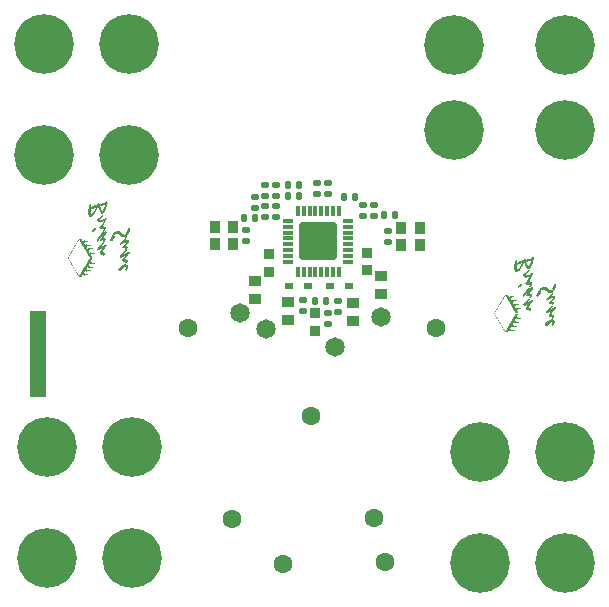
<source format=gbs>
G04*
G04 #@! TF.GenerationSoftware,Altium Limited,Altium Designer,19.0.6 (157)*
G04*
G04 Layer_Color=5220458*
%FSLAX25Y25*%
%MOIN*%
G70*
G01*
G75*
%ADD24R,0.05599X0.28771*%
%ADD28R,0.03625X0.03861*%
%ADD32C,0.06307*%
%ADD33C,0.19885*%
%ADD49C,0.06499*%
G04:AMPARAMS|DCode=50|XSize=22mil|YSize=24mil|CornerRadius=4.5mil|HoleSize=0mil|Usage=FLASHONLY|Rotation=180.000|XOffset=0mil|YOffset=0mil|HoleType=Round|Shape=RoundedRectangle|*
%AMROUNDEDRECTD50*
21,1,0.02200,0.01500,0,0,180.0*
21,1,0.01300,0.02400,0,0,180.0*
1,1,0.00900,-0.00650,0.00750*
1,1,0.00900,0.00650,0.00750*
1,1,0.00900,0.00650,-0.00750*
1,1,0.00900,-0.00650,-0.00750*
%
%ADD50ROUNDEDRECTD50*%
G04:AMPARAMS|DCode=51|XSize=29.56mil|YSize=21.69mil|CornerRadius=2.48mil|HoleSize=0mil|Usage=FLASHONLY|Rotation=0.000|XOffset=0mil|YOffset=0mil|HoleType=Round|Shape=RoundedRectangle|*
%AMROUNDEDRECTD51*
21,1,0.02956,0.01673,0,0,0.0*
21,1,0.02461,0.02169,0,0,0.0*
1,1,0.00495,0.01230,-0.00837*
1,1,0.00495,-0.01230,-0.00837*
1,1,0.00495,-0.01230,0.00837*
1,1,0.00495,0.01230,0.00837*
%
%ADD51ROUNDEDRECTD51*%
%ADD52R,0.03861X0.03625*%
G04:AMPARAMS|DCode=53|XSize=22mil|YSize=24mil|CornerRadius=4.5mil|HoleSize=0mil|Usage=FLASHONLY|Rotation=270.000|XOffset=0mil|YOffset=0mil|HoleType=Round|Shape=RoundedRectangle|*
%AMROUNDEDRECTD53*
21,1,0.02200,0.01500,0,0,270.0*
21,1,0.01300,0.02400,0,0,270.0*
1,1,0.00900,-0.00750,-0.00650*
1,1,0.00900,-0.00750,0.00650*
1,1,0.00900,0.00750,0.00650*
1,1,0.00900,0.00750,-0.00650*
%
%ADD53ROUNDEDRECTD53*%
%ADD54R,0.03350X0.03350*%
G04:AMPARAMS|DCode=55|XSize=11.65mil|YSize=35.47mil|CornerRadius=3.41mil|HoleSize=0mil|Usage=FLASHONLY|Rotation=90.000|XOffset=0mil|YOffset=0mil|HoleType=Round|Shape=RoundedRectangle|*
%AMROUNDEDRECTD55*
21,1,0.01165,0.02864,0,0,90.0*
21,1,0.00482,0.03547,0,0,90.0*
1,1,0.00682,0.01432,0.00241*
1,1,0.00682,0.01432,-0.00241*
1,1,0.00682,-0.01432,-0.00241*
1,1,0.00682,-0.01432,0.00241*
%
%ADD55ROUNDEDRECTD55*%
G04:AMPARAMS|DCode=56|XSize=11.65mil|YSize=35.47mil|CornerRadius=3.41mil|HoleSize=0mil|Usage=FLASHONLY|Rotation=180.000|XOffset=0mil|YOffset=0mil|HoleType=Round|Shape=RoundedRectangle|*
%AMROUNDEDRECTD56*
21,1,0.01165,0.02864,0,0,180.0*
21,1,0.00482,0.03547,0,0,180.0*
1,1,0.00682,-0.00241,0.01432*
1,1,0.00682,0.00241,0.01432*
1,1,0.00682,0.00241,-0.01432*
1,1,0.00682,-0.00241,-0.01432*
%
%ADD56ROUNDEDRECTD56*%
G04:AMPARAMS|DCode=57|XSize=124.05mil|YSize=124.05mil|CornerRadius=7.1mil|HoleSize=0mil|Usage=FLASHONLY|Rotation=0.000|XOffset=0mil|YOffset=0mil|HoleType=Round|Shape=RoundedRectangle|*
%AMROUNDEDRECTD57*
21,1,0.12405,0.10984,0,0,0.0*
21,1,0.10984,0.12405,0,0,0.0*
1,1,0.01421,0.05492,-0.05492*
1,1,0.01421,-0.05492,-0.05492*
1,1,0.01421,-0.05492,0.05492*
1,1,0.01421,0.05492,0.05492*
%
%ADD57ROUNDEDRECTD57*%
G36*
X32414Y132178D02*
X32638D01*
Y131730D01*
X32414D01*
Y131618D01*
X32302D01*
Y131282D01*
X32190D01*
Y130834D01*
X32078D01*
Y130386D01*
X31966D01*
Y130050D01*
X31854D01*
Y129715D01*
X31742D01*
Y129491D01*
X31630D01*
Y129267D01*
X31518D01*
Y129043D01*
X31406D01*
Y128931D01*
X31294D01*
Y128707D01*
X31070D01*
Y128595D01*
X30399D01*
Y128707D01*
X30287D01*
Y128819D01*
X30175D01*
Y129043D01*
X30063D01*
Y129267D01*
X29951D01*
Y129491D01*
X29839D01*
Y129715D01*
X29727D01*
Y130050D01*
X29615D01*
Y130274D01*
X29503D01*
Y130498D01*
X29391D01*
Y130610D01*
X29279D01*
Y130498D01*
X29167D01*
Y130386D01*
X29055D01*
Y130162D01*
X28943D01*
Y129938D01*
X28831D01*
Y129715D01*
X28719D01*
Y129491D01*
X28607D01*
Y129267D01*
X28495D01*
Y129155D01*
X28383D01*
Y128931D01*
X28271D01*
Y128819D01*
X28159D01*
Y128595D01*
X28047D01*
Y128483D01*
X27936D01*
Y128259D01*
X27824D01*
Y128035D01*
X27712D01*
Y127923D01*
X27600D01*
Y127811D01*
X27376D01*
Y127699D01*
X27152D01*
Y127587D01*
X26368D01*
Y127699D01*
X26256D01*
Y128035D01*
X26144D01*
Y128147D01*
X26032D01*
Y128931D01*
X25920D01*
Y129155D01*
X26032D01*
Y130274D01*
X26144D01*
Y130722D01*
X26256D01*
Y131058D01*
X26368D01*
Y131394D01*
X26592D01*
Y131618D01*
X26816D01*
Y131730D01*
X27040D01*
Y131170D01*
X26928D01*
Y130722D01*
X26816D01*
Y130610D01*
X27040D01*
Y130722D01*
X27152D01*
Y130834D01*
X27264D01*
Y130946D01*
X27376D01*
Y131058D01*
X27600D01*
Y131170D01*
X28047D01*
Y131282D01*
X28383D01*
Y131394D01*
X28719D01*
Y131506D01*
X29055D01*
Y131618D01*
X29167D01*
Y131842D01*
X29279D01*
Y132066D01*
X29727D01*
Y131842D01*
X29839D01*
Y131730D01*
X30287D01*
Y131842D01*
X30623D01*
Y131954D01*
X31182D01*
Y132066D01*
X31630D01*
Y132178D01*
X31742D01*
Y132290D01*
X31854D01*
Y132402D01*
X31966D01*
Y132625D01*
X32078D01*
Y132737D01*
X32414D01*
Y132178D01*
D02*
G37*
G36*
X31182Y128035D02*
X31070D01*
Y127923D01*
X30958D01*
Y127699D01*
X30847D01*
Y127587D01*
X30735D01*
Y127475D01*
X30623D01*
Y127363D01*
X30511D01*
Y127252D01*
X30399D01*
Y127139D01*
X30287D01*
Y127027D01*
X30175D01*
Y126804D01*
X30063D01*
Y126580D01*
X30175D01*
Y126468D01*
X30399D01*
Y126580D01*
X30847D01*
Y126692D01*
X31070D01*
Y126804D01*
X31294D01*
Y126916D01*
X31518D01*
Y127027D01*
X31630D01*
Y127139D01*
X32078D01*
Y127027D01*
X32190D01*
Y126692D01*
X32078D01*
Y126468D01*
X31966D01*
Y126244D01*
X31854D01*
Y126132D01*
X31742D01*
Y125908D01*
X31630D01*
Y125684D01*
X31518D01*
Y125572D01*
X31406D01*
Y125348D01*
X31294D01*
Y125236D01*
X30958D01*
Y125348D01*
X30735D01*
Y125460D01*
X30847D01*
Y125572D01*
X30958D01*
Y125796D01*
X31070D01*
Y125908D01*
X31182D01*
Y126020D01*
X31294D01*
Y126132D01*
X31070D01*
Y126020D01*
X30847D01*
Y125908D01*
X30623D01*
Y125796D01*
X30287D01*
Y125684D01*
X29615D01*
Y125796D01*
X29391D01*
Y125908D01*
X29279D01*
Y126020D01*
X29167D01*
Y126132D01*
X29055D01*
Y126804D01*
X29167D01*
Y126916D01*
X29279D01*
Y127139D01*
X29727D01*
Y127252D01*
X29839D01*
Y127363D01*
X29951D01*
Y127475D01*
X30063D01*
Y127587D01*
X30175D01*
Y127699D01*
X30287D01*
Y127811D01*
X30399D01*
Y127923D01*
X30511D01*
Y128147D01*
X30623D01*
Y128259D01*
X31182D01*
Y128035D01*
D02*
G37*
G36*
Y125012D02*
X31294D01*
Y124900D01*
X31182D01*
Y124788D01*
X31070D01*
Y124676D01*
X30958D01*
Y124452D01*
X31070D01*
Y124340D01*
X31294D01*
Y124229D01*
X31742D01*
Y124117D01*
X31854D01*
Y123333D01*
X31742D01*
Y123109D01*
X31630D01*
Y122997D01*
X31518D01*
Y122773D01*
X31406D01*
Y122661D01*
X31294D01*
Y122437D01*
X31182D01*
Y122549D01*
X30847D01*
Y122773D01*
X30958D01*
Y122997D01*
X31070D01*
Y123221D01*
X31182D01*
Y123333D01*
X31070D01*
Y123445D01*
X29951D01*
Y123557D01*
X29839D01*
Y123669D01*
X29727D01*
Y124005D01*
X29839D01*
Y124117D01*
X29951D01*
Y124229D01*
X30063D01*
Y124340D01*
X30175D01*
Y124565D01*
X30287D01*
Y124676D01*
X30399D01*
Y124788D01*
X30511D01*
Y124900D01*
X30623D01*
Y125012D01*
X30735D01*
Y125124D01*
X31182D01*
Y125012D01*
D02*
G37*
G36*
X28495Y123669D02*
X28607D01*
Y123221D01*
X28495D01*
Y122997D01*
X28383D01*
Y122885D01*
X28271D01*
Y122773D01*
X28047D01*
Y122661D01*
X27824D01*
Y122549D01*
X27600D01*
Y122437D01*
X27376D01*
Y122997D01*
X27488D01*
Y123221D01*
X27600D01*
Y123333D01*
X27712D01*
Y123445D01*
X27824D01*
Y123557D01*
X27936D01*
Y123669D01*
X28047D01*
Y123781D01*
X28495D01*
Y123669D01*
D02*
G37*
G36*
X39915Y123445D02*
X40027D01*
Y122773D01*
X39915D01*
Y122549D01*
X39803D01*
Y122325D01*
X39691D01*
Y122101D01*
X39579D01*
Y121878D01*
X39467D01*
Y121765D01*
X39355D01*
Y121542D01*
X39243D01*
Y121430D01*
X39131D01*
Y121318D01*
X39019D01*
Y120758D01*
X38908D01*
Y120422D01*
X38460D01*
Y120646D01*
X37564D01*
Y120758D01*
X37340D01*
Y120870D01*
X37116D01*
Y120982D01*
X37004D01*
Y121094D01*
X36780D01*
Y121206D01*
X36668D01*
Y121318D01*
X36556D01*
Y121430D01*
X36332D01*
Y121542D01*
X36220D01*
Y121653D01*
X35885D01*
Y121765D01*
X35213D01*
Y121653D01*
X35101D01*
Y121542D01*
X34989D01*
Y121430D01*
X34877D01*
Y121318D01*
X34765D01*
Y121206D01*
X34989D01*
Y120758D01*
X34877D01*
Y120534D01*
X34765D01*
Y120310D01*
X34653D01*
Y120198D01*
X34541D01*
Y119974D01*
X34429D01*
Y119862D01*
X34317D01*
Y119638D01*
X34205D01*
Y119526D01*
X33869D01*
Y119414D01*
X33421D01*
Y119638D01*
X33310D01*
Y119862D01*
X33421D01*
Y120198D01*
X33533D01*
Y120422D01*
X33645D01*
Y120758D01*
X33757D01*
Y120870D01*
X33869D01*
Y121094D01*
X33981D01*
Y121318D01*
X34093D01*
Y121542D01*
X34205D01*
Y121653D01*
X34317D01*
Y121765D01*
X34429D01*
Y121989D01*
X34541D01*
Y122101D01*
X34653D01*
Y122213D01*
X34765D01*
Y122325D01*
X34877D01*
Y122437D01*
X35101D01*
Y122549D01*
X35213D01*
Y122661D01*
X35437D01*
Y122773D01*
X36444D01*
Y122661D01*
X36556D01*
Y122549D01*
X36780D01*
Y122437D01*
X37004D01*
Y122325D01*
X37116D01*
Y122213D01*
X37228D01*
Y122101D01*
X37340D01*
Y121989D01*
X37452D01*
Y121878D01*
X37676D01*
Y121765D01*
X37788D01*
Y121653D01*
X38012D01*
Y121542D01*
X38460D01*
Y121653D01*
X38572D01*
Y121765D01*
X38796D01*
Y121878D01*
X38684D01*
Y122213D01*
X38796D01*
Y122437D01*
X38908D01*
Y122661D01*
X39019D01*
Y122997D01*
X39131D01*
Y123221D01*
X39243D01*
Y123445D01*
X39355D01*
Y123557D01*
X39467D01*
Y123669D01*
X39915D01*
Y123445D01*
D02*
G37*
G36*
X31966Y122549D02*
X32190D01*
Y121989D01*
X32078D01*
Y121765D01*
X31966D01*
Y121542D01*
X31854D01*
Y121430D01*
X31742D01*
Y121206D01*
X31630D01*
Y121094D01*
X31518D01*
Y120982D01*
X31406D01*
Y120870D01*
X31294D01*
Y120646D01*
X31182D01*
Y120534D01*
X31070D01*
Y120422D01*
X31630D01*
Y120310D01*
X31742D01*
Y120198D01*
X31854D01*
Y119638D01*
X31742D01*
Y119414D01*
X31630D01*
Y119191D01*
X31518D01*
Y119079D01*
X31406D01*
Y118966D01*
X31294D01*
Y118855D01*
X30958D01*
Y118966D01*
X30847D01*
Y119191D01*
X30958D01*
Y119302D01*
X31070D01*
Y119526D01*
X30958D01*
Y119638D01*
X30623D01*
Y119526D01*
X30063D01*
Y120086D01*
X30175D01*
Y120198D01*
X30287D01*
Y120310D01*
X30399D01*
Y120534D01*
X30511D01*
Y120646D01*
X30623D01*
Y120870D01*
X30511D01*
Y120758D01*
X30399D01*
Y120646D01*
X30287D01*
Y120534D01*
X30175D01*
Y120310D01*
X30063D01*
Y120198D01*
X29951D01*
Y120086D01*
X29839D01*
Y119974D01*
X29727D01*
Y119862D01*
X29615D01*
Y119638D01*
X29503D01*
Y119526D01*
X29391D01*
Y119414D01*
X29279D01*
Y119302D01*
X29167D01*
Y119191D01*
X28831D01*
Y119750D01*
X28943D01*
Y119974D01*
X29055D01*
Y120198D01*
X29167D01*
Y120310D01*
X29279D01*
Y120534D01*
X29391D01*
Y120646D01*
X29503D01*
Y120758D01*
X29615D01*
Y120982D01*
X29727D01*
Y121094D01*
X29839D01*
Y121318D01*
X29951D01*
Y121430D01*
X30063D01*
Y121542D01*
X30175D01*
Y121653D01*
X30287D01*
Y121765D01*
X30399D01*
Y121989D01*
X30511D01*
Y122101D01*
X30623D01*
Y122325D01*
X31406D01*
Y122437D01*
X31518D01*
Y122549D01*
X31742D01*
Y122661D01*
X31966D01*
Y122549D01*
D02*
G37*
G36*
X38572Y120198D02*
X38908D01*
Y120086D01*
X38796D01*
Y119974D01*
X38684D01*
Y119862D01*
X38572D01*
Y119638D01*
X38684D01*
Y119750D01*
X39355D01*
Y119638D01*
X39579D01*
Y119526D01*
X39691D01*
Y119079D01*
X39579D01*
Y118855D01*
X39467D01*
Y118743D01*
X39355D01*
Y118519D01*
X39243D01*
Y118407D01*
X39131D01*
Y118295D01*
X39019D01*
Y118183D01*
X38908D01*
Y118071D01*
X38796D01*
Y117959D01*
X38684D01*
Y117735D01*
X39019D01*
Y117623D01*
X39131D01*
Y117399D01*
X39243D01*
Y117175D01*
X39131D01*
Y116839D01*
X39019D01*
Y116615D01*
X38908D01*
Y116503D01*
X38460D01*
Y116951D01*
X37452D01*
Y117511D01*
X37564D01*
Y117623D01*
X37788D01*
Y117735D01*
X37900D01*
Y117847D01*
X38012D01*
Y117959D01*
X38124D01*
Y118071D01*
X38236D01*
Y118183D01*
X38348D01*
Y118295D01*
X38460D01*
Y118407D01*
X38572D01*
Y118519D01*
X38684D01*
Y118631D01*
X38796D01*
Y118743D01*
X38908D01*
Y118855D01*
X38348D01*
Y118743D01*
X38012D01*
Y118631D01*
X37676D01*
Y118519D01*
X37452D01*
Y118407D01*
X37228D01*
Y118295D01*
X37004D01*
Y118183D01*
X36668D01*
Y118519D01*
X36780D01*
Y118743D01*
X36892D01*
Y118855D01*
X37004D01*
Y118966D01*
X37116D01*
Y119079D01*
X37228D01*
Y119191D01*
X37340D01*
Y119302D01*
X37452D01*
Y119414D01*
X37564D01*
Y119526D01*
X37676D01*
Y119638D01*
X37788D01*
Y119750D01*
X37900D01*
Y119862D01*
X38012D01*
Y119974D01*
X38124D01*
Y120086D01*
X38236D01*
Y120198D01*
X38348D01*
Y120310D01*
X38572D01*
Y120198D01*
D02*
G37*
G36*
X31182Y118519D02*
X31070D01*
Y118295D01*
X30958D01*
Y118183D01*
X30847D01*
Y118071D01*
X30735D01*
Y117959D01*
X30623D01*
Y117847D01*
X30511D01*
Y117623D01*
X30735D01*
Y117735D01*
X30958D01*
Y117847D01*
X31182D01*
Y117959D01*
X31406D01*
Y118071D01*
X31630D01*
Y118183D01*
X32302D01*
Y117847D01*
X32190D01*
Y117623D01*
X32078D01*
Y117511D01*
X31966D01*
Y117399D01*
X31854D01*
Y117287D01*
X31742D01*
Y117175D01*
X31630D01*
Y116951D01*
X31518D01*
Y116839D01*
X31294D01*
Y116727D01*
X31182D01*
Y116503D01*
X31070D01*
Y116392D01*
X30958D01*
Y116168D01*
X30847D01*
Y116056D01*
X30735D01*
Y115944D01*
X30847D01*
Y115832D01*
X30958D01*
Y115720D01*
X31294D01*
Y115608D01*
X31518D01*
Y115496D01*
X31630D01*
Y114824D01*
X31518D01*
Y114712D01*
X31406D01*
Y114600D01*
X31294D01*
Y114376D01*
X31182D01*
Y114488D01*
X30847D01*
Y114824D01*
X30735D01*
Y114936D01*
X30175D01*
Y115048D01*
X29951D01*
Y115160D01*
X29839D01*
Y115720D01*
X29951D01*
Y115944D01*
X30063D01*
Y116056D01*
X30175D01*
Y116279D01*
X30287D01*
Y116392D01*
X30399D01*
Y116503D01*
X30511D01*
Y116615D01*
X30623D01*
Y116727D01*
X30399D01*
Y116615D01*
X30063D01*
Y116503D01*
X29839D01*
Y116392D01*
X29615D01*
Y116279D01*
X29279D01*
Y116392D01*
X29167D01*
Y116503D01*
X29055D01*
Y116839D01*
X29167D01*
Y117063D01*
X29279D01*
Y117175D01*
X29391D01*
Y117287D01*
X29503D01*
Y117399D01*
X29615D01*
Y117511D01*
X29727D01*
Y117623D01*
X29839D01*
Y117847D01*
X29951D01*
Y117959D01*
X30063D01*
Y118071D01*
X30175D01*
Y118183D01*
X30287D01*
Y118295D01*
X30399D01*
Y118407D01*
X30511D01*
Y118519D01*
X30623D01*
Y118631D01*
X30735D01*
Y118743D01*
X31182D01*
Y118519D01*
D02*
G37*
G36*
X23905Y119862D02*
X24017D01*
Y119750D01*
X24129D01*
Y119526D01*
X24241D01*
Y119414D01*
X24465D01*
Y119526D01*
X24689D01*
Y119638D01*
X24801D01*
Y119526D01*
X26032D01*
Y119414D01*
X26144D01*
Y119302D01*
X26032D01*
Y119191D01*
X25137D01*
Y119079D01*
X25025D01*
Y118966D01*
X24913D01*
Y118855D01*
X24801D01*
Y118743D01*
X24689D01*
Y118519D01*
X24801D01*
Y118295D01*
X24913D01*
Y118183D01*
X25249D01*
Y118295D01*
X25584D01*
Y118183D01*
X26816D01*
Y117847D01*
X25808D01*
Y117735D01*
X25696D01*
Y117623D01*
X25584D01*
Y117511D01*
X25473D01*
Y117175D01*
X25584D01*
Y116951D01*
X25696D01*
Y116839D01*
X25920D01*
Y116951D01*
X26144D01*
Y117063D01*
X26256D01*
Y116951D01*
X27488D01*
Y116839D01*
X27600D01*
Y116615D01*
X26592D01*
Y116503D01*
X26480D01*
Y116392D01*
X26368D01*
Y116279D01*
X26256D01*
Y116168D01*
X26144D01*
Y116056D01*
X26256D01*
Y115832D01*
X26368D01*
Y115608D01*
X26704D01*
Y115720D01*
X26928D01*
Y115832D01*
X27040D01*
Y115608D01*
X28271D01*
Y115272D01*
X27264D01*
Y115160D01*
X27152D01*
Y115048D01*
X27040D01*
Y114936D01*
X26928D01*
Y114712D01*
X27040D01*
Y114488D01*
X27152D01*
Y114264D01*
X27264D01*
Y114040D01*
X27376D01*
Y113928D01*
X27264D01*
Y113816D01*
X26592D01*
Y113928D01*
X26480D01*
Y114040D01*
X26368D01*
Y114152D01*
X26256D01*
Y114376D01*
X26144D01*
Y114488D01*
X26032D01*
Y114712D01*
X25920D01*
Y114936D01*
X25808D01*
Y115048D01*
X25696D01*
Y115272D01*
X25584D01*
Y115496D01*
X25473D01*
Y115720D01*
X25361D01*
Y115944D01*
X25249D01*
Y116056D01*
X25137D01*
Y116279D01*
X25025D01*
Y116503D01*
X24913D01*
Y116727D01*
X24801D01*
Y116839D01*
X24689D01*
Y117063D01*
X24577D01*
Y117287D01*
X24465D01*
Y117511D01*
X24353D01*
Y117623D01*
X24241D01*
Y117847D01*
X24129D01*
Y117959D01*
X24017D01*
Y118183D01*
X23905D01*
Y118407D01*
X23793D01*
Y118631D01*
X23681D01*
Y118855D01*
X23569D01*
Y118966D01*
X23457D01*
Y119191D01*
X23345D01*
Y119414D01*
X23233D01*
Y119638D01*
X22897D01*
Y119526D01*
X22785D01*
Y119414D01*
X22673D01*
Y119191D01*
X22562D01*
Y118966D01*
X22450D01*
Y118743D01*
X22338D01*
Y118631D01*
X22226D01*
Y118407D01*
X22114D01*
Y118183D01*
X22002D01*
Y118071D01*
X21890D01*
Y117847D01*
X21778D01*
Y117623D01*
X21666D01*
Y117399D01*
X21554D01*
Y117287D01*
X21442D01*
Y117063D01*
X21330D01*
Y116839D01*
X21218D01*
Y116727D01*
X21106D01*
Y116503D01*
X20994D01*
Y116279D01*
X20882D01*
Y116168D01*
X20770D01*
Y115944D01*
X20658D01*
Y115720D01*
X20546D01*
Y115496D01*
X20434D01*
Y115384D01*
X20322D01*
Y115160D01*
X20210D01*
Y115048D01*
X20098D01*
Y114824D01*
X19986D01*
Y114600D01*
X19875D01*
Y114488D01*
X19763D01*
Y114264D01*
X19651D01*
Y114040D01*
X19539D01*
Y113928D01*
X19427D01*
Y113705D01*
X19539D01*
Y113481D01*
X19651D01*
Y113369D01*
X19763D01*
Y113145D01*
X19875D01*
Y112921D01*
X19986D01*
Y112697D01*
X20098D01*
Y112585D01*
X20210D01*
Y112361D01*
X20322D01*
Y112137D01*
X20434D01*
Y112025D01*
X20546D01*
Y111801D01*
X20658D01*
Y111577D01*
X20770D01*
Y111465D01*
X20882D01*
Y111241D01*
X20994D01*
Y111018D01*
X21106D01*
Y110794D01*
X21218D01*
Y110682D01*
X21330D01*
Y110458D01*
X21442D01*
Y110234D01*
X21554D01*
Y110122D01*
X21666D01*
Y109898D01*
X21778D01*
Y109786D01*
X21890D01*
Y109562D01*
X22002D01*
Y109338D01*
X22114D01*
Y109114D01*
X22226D01*
Y109002D01*
X22338D01*
Y108778D01*
X22450D01*
Y108666D01*
X22562D01*
Y108442D01*
X22673D01*
Y108219D01*
X22785D01*
Y107995D01*
X22897D01*
Y107883D01*
X23121D01*
Y107995D01*
X23233D01*
Y108219D01*
X23345D01*
Y108331D01*
X23457D01*
Y108554D01*
X23569D01*
Y108778D01*
X23681D01*
Y109002D01*
X23793D01*
Y109114D01*
X23905D01*
Y109338D01*
X24017D01*
Y109562D01*
X24129D01*
Y109786D01*
X24241D01*
Y109898D01*
X24353D01*
Y110122D01*
X24465D01*
Y110346D01*
X24577D01*
Y110570D01*
X24689D01*
Y110682D01*
X24801D01*
Y110906D01*
X24913D01*
Y111129D01*
X25025D01*
Y111241D01*
X25137D01*
Y111465D01*
X25249D01*
Y111689D01*
X25361D01*
Y111913D01*
X25473D01*
Y112137D01*
X25584D01*
Y112249D01*
X25696D01*
Y112473D01*
X25808D01*
Y112697D01*
X25920D01*
Y112809D01*
X26032D01*
Y113033D01*
X26144D01*
Y113257D01*
X26256D01*
Y113481D01*
X26368D01*
Y113593D01*
X26592D01*
Y113705D01*
X27264D01*
Y113593D01*
X27376D01*
Y113481D01*
X27264D01*
Y113257D01*
X27152D01*
Y113145D01*
X27040D01*
Y112921D01*
X26928D01*
Y112585D01*
X27040D01*
Y112473D01*
X27152D01*
Y112361D01*
X27264D01*
Y112249D01*
X28159D01*
Y112137D01*
X28271D01*
Y111913D01*
X27040D01*
Y111801D01*
X26704D01*
Y111913D01*
X26368D01*
Y111689D01*
X26256D01*
Y111577D01*
X26144D01*
Y111353D01*
X26256D01*
Y111241D01*
X26368D01*
Y111129D01*
X26480D01*
Y111018D01*
X26592D01*
Y110906D01*
X27600D01*
Y110570D01*
X26256D01*
Y110458D01*
X26144D01*
Y110570D01*
X25920D01*
Y110682D01*
X25696D01*
Y110570D01*
X25584D01*
Y110346D01*
X25473D01*
Y110010D01*
X25584D01*
Y109898D01*
X25696D01*
Y109786D01*
X25808D01*
Y109674D01*
X26816D01*
Y109338D01*
X25584D01*
Y109226D01*
X25249D01*
Y109338D01*
X24913D01*
Y109226D01*
X24801D01*
Y109002D01*
X24689D01*
Y108778D01*
X24801D01*
Y108666D01*
X24913D01*
Y108554D01*
X25025D01*
Y108442D01*
X25137D01*
Y108331D01*
X26032D01*
Y108219D01*
X26144D01*
Y108107D01*
X26032D01*
Y107995D01*
X24801D01*
Y107883D01*
X24689D01*
Y107995D01*
X24465D01*
Y108107D01*
X24241D01*
Y107995D01*
X24129D01*
Y107883D01*
X24017D01*
Y107659D01*
X23905D01*
Y107547D01*
X22897D01*
Y107659D01*
X22785D01*
Y107883D01*
X22673D01*
Y107995D01*
X22562D01*
Y108219D01*
X22450D01*
Y108442D01*
X22338D01*
Y108666D01*
X22226D01*
Y108778D01*
X22114D01*
Y109002D01*
X22002D01*
Y109226D01*
X21890D01*
Y109338D01*
X21778D01*
Y109562D01*
X21666D01*
Y109786D01*
X21554D01*
Y110010D01*
X21442D01*
Y110122D01*
X21330D01*
Y110346D01*
X21218D01*
Y110458D01*
X21106D01*
Y110682D01*
X20994D01*
Y110906D01*
X20882D01*
Y111018D01*
X20770D01*
Y111241D01*
X20658D01*
Y111465D01*
X20546D01*
Y111577D01*
X20434D01*
Y111801D01*
X20322D01*
Y112025D01*
X20210D01*
Y112137D01*
X20098D01*
Y112361D01*
X19986D01*
Y112585D01*
X19875D01*
Y112809D01*
X19763D01*
Y112921D01*
X19651D01*
Y113145D01*
X19539D01*
Y113369D01*
X19427D01*
Y113481D01*
X19315D01*
Y113705D01*
X19203D01*
Y113816D01*
X19315D01*
Y114040D01*
X19427D01*
Y114152D01*
X19539D01*
Y114376D01*
X19651D01*
Y114600D01*
X19763D01*
Y114824D01*
X19875D01*
Y114936D01*
X19986D01*
Y115160D01*
X20098D01*
Y115384D01*
X20210D01*
Y115496D01*
X20322D01*
Y115720D01*
X20434D01*
Y115944D01*
X20546D01*
Y116168D01*
X20658D01*
Y116279D01*
X20770D01*
Y116503D01*
X20882D01*
Y116727D01*
X20994D01*
Y116839D01*
X21106D01*
Y117063D01*
X21218D01*
Y117287D01*
X21330D01*
Y117511D01*
X21442D01*
Y117623D01*
X21554D01*
Y117847D01*
X21666D01*
Y118071D01*
X21778D01*
Y118183D01*
X21890D01*
Y118407D01*
X22002D01*
Y118631D01*
X22114D01*
Y118743D01*
X22226D01*
Y118966D01*
X22338D01*
Y119191D01*
X22450D01*
Y119302D01*
X22562D01*
Y119526D01*
X22673D01*
Y119750D01*
X22785D01*
Y119862D01*
X22897D01*
Y119974D01*
X23905D01*
Y119862D01*
D02*
G37*
G36*
X38684Y116279D02*
X38908D01*
Y116168D01*
X38796D01*
Y116056D01*
X38684D01*
Y115944D01*
X38572D01*
Y115832D01*
X38460D01*
Y115720D01*
X38348D01*
Y115608D01*
X38236D01*
Y115384D01*
X38124D01*
Y115272D01*
X38348D01*
Y115384D01*
X38572D01*
Y115496D01*
X38796D01*
Y115608D01*
X39019D01*
Y115720D01*
X39243D01*
Y115832D01*
X39915D01*
Y115496D01*
X39803D01*
Y115272D01*
X39691D01*
Y115160D01*
X39579D01*
Y115048D01*
X39467D01*
Y114936D01*
X39355D01*
Y114712D01*
X39243D01*
Y114600D01*
X39131D01*
Y114488D01*
X39019D01*
Y114376D01*
X38908D01*
Y114264D01*
X38796D01*
Y114152D01*
X38684D01*
Y113928D01*
X38572D01*
Y113816D01*
X38460D01*
Y113481D01*
X38572D01*
Y113369D01*
X38796D01*
Y113257D01*
X39131D01*
Y113145D01*
X39243D01*
Y112473D01*
X39131D01*
Y112361D01*
X39019D01*
Y112137D01*
X38908D01*
Y112025D01*
X38684D01*
Y112137D01*
X38460D01*
Y112473D01*
X38348D01*
Y112585D01*
X37676D01*
Y112697D01*
X37564D01*
Y112809D01*
X37452D01*
Y113369D01*
X37564D01*
Y113593D01*
X37676D01*
Y113705D01*
X37788D01*
Y113816D01*
X37900D01*
Y113928D01*
X38012D01*
Y114152D01*
X38124D01*
Y114264D01*
X38236D01*
Y114376D01*
X38012D01*
Y114264D01*
X37788D01*
Y114152D01*
X37564D01*
Y114040D01*
X37228D01*
Y113928D01*
X36780D01*
Y114040D01*
X36668D01*
Y114488D01*
X36780D01*
Y114712D01*
X36892D01*
Y114824D01*
X37004D01*
Y114936D01*
X37116D01*
Y115048D01*
X37228D01*
Y115160D01*
X37340D01*
Y115272D01*
X37452D01*
Y115384D01*
X37564D01*
Y115496D01*
X37676D01*
Y115608D01*
X37788D01*
Y115832D01*
X37900D01*
Y115944D01*
X38012D01*
Y116056D01*
X38124D01*
Y116168D01*
X38236D01*
Y116279D01*
X38348D01*
Y116392D01*
X38684D01*
Y116279D01*
D02*
G37*
G36*
X38796Y111577D02*
X39019D01*
Y111465D01*
X39243D01*
Y111353D01*
X39355D01*
Y111129D01*
X39467D01*
Y110682D01*
X39355D01*
Y110234D01*
X39243D01*
Y110010D01*
X39131D01*
Y109898D01*
X39019D01*
Y109674D01*
X38908D01*
Y109562D01*
X38572D01*
Y109674D01*
X38460D01*
Y110010D01*
X38572D01*
Y110346D01*
X38684D01*
Y110570D01*
X38572D01*
Y110794D01*
X38236D01*
Y110682D01*
X38124D01*
Y110570D01*
X38012D01*
Y110458D01*
X37900D01*
Y110346D01*
X37788D01*
Y110234D01*
X37676D01*
Y110122D01*
X37564D01*
Y110010D01*
X37452D01*
Y109898D01*
X37340D01*
Y109786D01*
X37228D01*
Y109674D01*
X37004D01*
Y109562D01*
X36220D01*
Y109674D01*
X36108D01*
Y110122D01*
X36220D01*
Y110346D01*
X36332D01*
Y110458D01*
X36444D01*
Y110570D01*
X36556D01*
Y110682D01*
X36668D01*
Y110794D01*
X36780D01*
Y110906D01*
X36892D01*
Y111018D01*
X37004D01*
Y111129D01*
X37228D01*
Y111241D01*
X37340D01*
Y111353D01*
X37564D01*
Y111465D01*
X37900D01*
Y111577D01*
X38124D01*
Y111801D01*
X38236D01*
Y111913D01*
X38796D01*
Y111577D01*
D02*
G37*
G36*
X174479Y113670D02*
X174703D01*
Y113222D01*
X174479D01*
Y113110D01*
X174367D01*
Y112774D01*
X174255D01*
Y112326D01*
X174143D01*
Y111878D01*
X174031D01*
Y111542D01*
X173919D01*
Y111207D01*
X173807D01*
Y110983D01*
X173695D01*
Y110759D01*
X173583D01*
Y110535D01*
X173471D01*
Y110423D01*
X173359D01*
Y110199D01*
X173135D01*
Y110087D01*
X172463D01*
Y110199D01*
X172352D01*
Y110311D01*
X172239D01*
Y110535D01*
X172127D01*
Y110759D01*
X172016D01*
Y110983D01*
X171904D01*
Y111207D01*
X171792D01*
Y111542D01*
X171680D01*
Y111766D01*
X171568D01*
Y111990D01*
X171456D01*
Y112102D01*
X171344D01*
Y111990D01*
X171232D01*
Y111878D01*
X171120D01*
Y111654D01*
X171008D01*
Y111431D01*
X170896D01*
Y111207D01*
X170784D01*
Y110983D01*
X170672D01*
Y110759D01*
X170560D01*
Y110647D01*
X170448D01*
Y110423D01*
X170336D01*
Y110311D01*
X170224D01*
Y110087D01*
X170112D01*
Y109975D01*
X170000D01*
Y109751D01*
X169888D01*
Y109527D01*
X169776D01*
Y109415D01*
X169665D01*
Y109303D01*
X169441D01*
Y109191D01*
X169217D01*
Y109079D01*
X168433D01*
Y109191D01*
X168321D01*
Y109527D01*
X168209D01*
Y109639D01*
X168097D01*
Y110423D01*
X167985D01*
Y110647D01*
X168097D01*
Y111766D01*
X168209D01*
Y112214D01*
X168321D01*
Y112550D01*
X168433D01*
Y112886D01*
X168657D01*
Y113110D01*
X168881D01*
Y113222D01*
X169105D01*
Y112662D01*
X168993D01*
Y112214D01*
X168881D01*
Y112102D01*
X169105D01*
Y112214D01*
X169217D01*
Y112326D01*
X169329D01*
Y112438D01*
X169441D01*
Y112550D01*
X169665D01*
Y112662D01*
X170112D01*
Y112774D01*
X170448D01*
Y112886D01*
X170784D01*
Y112998D01*
X171120D01*
Y113110D01*
X171232D01*
Y113334D01*
X171344D01*
Y113558D01*
X171792D01*
Y113334D01*
X171904D01*
Y113222D01*
X172352D01*
Y113334D01*
X172687D01*
Y113446D01*
X173247D01*
Y113558D01*
X173695D01*
Y113670D01*
X173807D01*
Y113782D01*
X173919D01*
Y113894D01*
X174031D01*
Y114118D01*
X174143D01*
Y114230D01*
X174479D01*
Y113670D01*
D02*
G37*
G36*
X173247Y109527D02*
X173135D01*
Y109415D01*
X173023D01*
Y109191D01*
X172911D01*
Y109079D01*
X172799D01*
Y108967D01*
X172687D01*
Y108855D01*
X172575D01*
Y108744D01*
X172463D01*
Y108632D01*
X172352D01*
Y108520D01*
X172239D01*
Y108296D01*
X172127D01*
Y108072D01*
X172239D01*
Y107960D01*
X172463D01*
Y108072D01*
X172911D01*
Y108184D01*
X173135D01*
Y108296D01*
X173359D01*
Y108408D01*
X173583D01*
Y108520D01*
X173695D01*
Y108632D01*
X174143D01*
Y108520D01*
X174255D01*
Y108184D01*
X174143D01*
Y107960D01*
X174031D01*
Y107736D01*
X173919D01*
Y107624D01*
X173807D01*
Y107400D01*
X173695D01*
Y107176D01*
X173583D01*
Y107064D01*
X173471D01*
Y106840D01*
X173359D01*
Y106728D01*
X173023D01*
Y106840D01*
X172799D01*
Y106952D01*
X172911D01*
Y107064D01*
X173023D01*
Y107288D01*
X173135D01*
Y107400D01*
X173247D01*
Y107512D01*
X173359D01*
Y107624D01*
X173135D01*
Y107512D01*
X172911D01*
Y107400D01*
X172687D01*
Y107288D01*
X172352D01*
Y107176D01*
X171680D01*
Y107288D01*
X171456D01*
Y107400D01*
X171344D01*
Y107512D01*
X171232D01*
Y107624D01*
X171120D01*
Y108296D01*
X171232D01*
Y108408D01*
X171344D01*
Y108632D01*
X171792D01*
Y108744D01*
X171904D01*
Y108855D01*
X172016D01*
Y108967D01*
X172127D01*
Y109079D01*
X172239D01*
Y109191D01*
X172352D01*
Y109303D01*
X172463D01*
Y109415D01*
X172575D01*
Y109639D01*
X172687D01*
Y109751D01*
X173247D01*
Y109527D01*
D02*
G37*
G36*
Y106504D02*
X173359D01*
Y106392D01*
X173247D01*
Y106280D01*
X173135D01*
Y106168D01*
X173023D01*
Y105945D01*
X173135D01*
Y105833D01*
X173359D01*
Y105721D01*
X173807D01*
Y105609D01*
X173919D01*
Y104825D01*
X173807D01*
Y104601D01*
X173695D01*
Y104489D01*
X173583D01*
Y104265D01*
X173471D01*
Y104153D01*
X173359D01*
Y103929D01*
X173247D01*
Y104041D01*
X172911D01*
Y104265D01*
X173023D01*
Y104489D01*
X173135D01*
Y104713D01*
X173247D01*
Y104825D01*
X173135D01*
Y104937D01*
X172016D01*
Y105049D01*
X171904D01*
Y105161D01*
X171792D01*
Y105497D01*
X171904D01*
Y105609D01*
X172016D01*
Y105721D01*
X172127D01*
Y105833D01*
X172239D01*
Y106056D01*
X172352D01*
Y106168D01*
X172463D01*
Y106280D01*
X172575D01*
Y106392D01*
X172687D01*
Y106504D01*
X172799D01*
Y106616D01*
X173247D01*
Y106504D01*
D02*
G37*
G36*
X170560Y105161D02*
X170672D01*
Y104713D01*
X170560D01*
Y104489D01*
X170448D01*
Y104377D01*
X170336D01*
Y104265D01*
X170112D01*
Y104153D01*
X169888D01*
Y104041D01*
X169665D01*
Y103929D01*
X169441D01*
Y104489D01*
X169553D01*
Y104713D01*
X169665D01*
Y104825D01*
X169776D01*
Y104937D01*
X169888D01*
Y105049D01*
X170000D01*
Y105161D01*
X170112D01*
Y105273D01*
X170560D01*
Y105161D01*
D02*
G37*
G36*
X181980Y104937D02*
X182092D01*
Y104265D01*
X181980D01*
Y104041D01*
X181868D01*
Y103817D01*
X181756D01*
Y103593D01*
X181644D01*
Y103369D01*
X181532D01*
Y103258D01*
X181420D01*
Y103034D01*
X181308D01*
Y102922D01*
X181196D01*
Y102810D01*
X181084D01*
Y102250D01*
X180972D01*
Y101914D01*
X180524D01*
Y102138D01*
X179629D01*
Y102250D01*
X179405D01*
Y102362D01*
X179181D01*
Y102474D01*
X179069D01*
Y102586D01*
X178845D01*
Y102698D01*
X178733D01*
Y102810D01*
X178621D01*
Y102922D01*
X178397D01*
Y103034D01*
X178285D01*
Y103146D01*
X177949D01*
Y103258D01*
X177278D01*
Y103146D01*
X177166D01*
Y103034D01*
X177054D01*
Y102922D01*
X176942D01*
Y102810D01*
X176830D01*
Y102698D01*
X177054D01*
Y102250D01*
X176942D01*
Y102026D01*
X176830D01*
Y101802D01*
X176718D01*
Y101690D01*
X176606D01*
Y101466D01*
X176494D01*
Y101354D01*
X176382D01*
Y101130D01*
X176270D01*
Y101018D01*
X175934D01*
Y100906D01*
X175486D01*
Y101130D01*
X175374D01*
Y101354D01*
X175486D01*
Y101690D01*
X175598D01*
Y101914D01*
X175710D01*
Y102250D01*
X175822D01*
Y102362D01*
X175934D01*
Y102586D01*
X176046D01*
Y102810D01*
X176158D01*
Y103034D01*
X176270D01*
Y103146D01*
X176382D01*
Y103258D01*
X176494D01*
Y103481D01*
X176606D01*
Y103593D01*
X176718D01*
Y103705D01*
X176830D01*
Y103817D01*
X176942D01*
Y103929D01*
X177166D01*
Y104041D01*
X177278D01*
Y104153D01*
X177501D01*
Y104265D01*
X178509D01*
Y104153D01*
X178621D01*
Y104041D01*
X178845D01*
Y103929D01*
X179069D01*
Y103817D01*
X179181D01*
Y103705D01*
X179293D01*
Y103593D01*
X179405D01*
Y103481D01*
X179517D01*
Y103369D01*
X179741D01*
Y103258D01*
X179853D01*
Y103146D01*
X180077D01*
Y103034D01*
X180524D01*
Y103146D01*
X180636D01*
Y103258D01*
X180860D01*
Y103369D01*
X180748D01*
Y103705D01*
X180860D01*
Y103929D01*
X180972D01*
Y104153D01*
X181084D01*
Y104489D01*
X181196D01*
Y104713D01*
X181308D01*
Y104937D01*
X181420D01*
Y105049D01*
X181532D01*
Y105161D01*
X181980D01*
Y104937D01*
D02*
G37*
G36*
X174031Y104041D02*
X174255D01*
Y103481D01*
X174143D01*
Y103258D01*
X174031D01*
Y103034D01*
X173919D01*
Y102922D01*
X173807D01*
Y102698D01*
X173695D01*
Y102586D01*
X173583D01*
Y102474D01*
X173471D01*
Y102362D01*
X173359D01*
Y102138D01*
X173247D01*
Y102026D01*
X173135D01*
Y101914D01*
X173695D01*
Y101802D01*
X173807D01*
Y101690D01*
X173919D01*
Y101130D01*
X173807D01*
Y100906D01*
X173695D01*
Y100682D01*
X173583D01*
Y100571D01*
X173471D01*
Y100459D01*
X173359D01*
Y100347D01*
X173023D01*
Y100459D01*
X172911D01*
Y100682D01*
X173023D01*
Y100794D01*
X173135D01*
Y101018D01*
X173023D01*
Y101130D01*
X172687D01*
Y101018D01*
X172127D01*
Y101578D01*
X172239D01*
Y101690D01*
X172352D01*
Y101802D01*
X172463D01*
Y102026D01*
X172575D01*
Y102138D01*
X172687D01*
Y102362D01*
X172575D01*
Y102250D01*
X172463D01*
Y102138D01*
X172352D01*
Y102026D01*
X172239D01*
Y101802D01*
X172127D01*
Y101690D01*
X172016D01*
Y101578D01*
X171904D01*
Y101466D01*
X171792D01*
Y101354D01*
X171680D01*
Y101130D01*
X171568D01*
Y101018D01*
X171456D01*
Y100906D01*
X171344D01*
Y100794D01*
X171232D01*
Y100682D01*
X170896D01*
Y101242D01*
X171008D01*
Y101466D01*
X171120D01*
Y101690D01*
X171232D01*
Y101802D01*
X171344D01*
Y102026D01*
X171456D01*
Y102138D01*
X171568D01*
Y102250D01*
X171680D01*
Y102474D01*
X171792D01*
Y102586D01*
X171904D01*
Y102810D01*
X172016D01*
Y102922D01*
X172127D01*
Y103034D01*
X172239D01*
Y103146D01*
X172352D01*
Y103258D01*
X172463D01*
Y103481D01*
X172575D01*
Y103593D01*
X172687D01*
Y103817D01*
X173471D01*
Y103929D01*
X173583D01*
Y104041D01*
X173807D01*
Y104153D01*
X174031D01*
Y104041D01*
D02*
G37*
G36*
X180636Y101690D02*
X180972D01*
Y101578D01*
X180860D01*
Y101466D01*
X180748D01*
Y101354D01*
X180636D01*
Y101130D01*
X180748D01*
Y101242D01*
X181420D01*
Y101130D01*
X181644D01*
Y101018D01*
X181756D01*
Y100571D01*
X181644D01*
Y100347D01*
X181532D01*
Y100235D01*
X181420D01*
Y100011D01*
X181308D01*
Y99899D01*
X181196D01*
Y99787D01*
X181084D01*
Y99675D01*
X180972D01*
Y99563D01*
X180860D01*
Y99451D01*
X180748D01*
Y99227D01*
X181084D01*
Y99115D01*
X181196D01*
Y98891D01*
X181308D01*
Y98667D01*
X181196D01*
Y98331D01*
X181084D01*
Y98107D01*
X180972D01*
Y97996D01*
X180524D01*
Y98443D01*
X179517D01*
Y99003D01*
X179629D01*
Y99115D01*
X179853D01*
Y99227D01*
X179965D01*
Y99339D01*
X180077D01*
Y99451D01*
X180189D01*
Y99563D01*
X180300D01*
Y99675D01*
X180412D01*
Y99787D01*
X180524D01*
Y99899D01*
X180636D01*
Y100011D01*
X180748D01*
Y100123D01*
X180860D01*
Y100235D01*
X180972D01*
Y100347D01*
X180412D01*
Y100235D01*
X180077D01*
Y100123D01*
X179741D01*
Y100011D01*
X179517D01*
Y99899D01*
X179293D01*
Y99787D01*
X179069D01*
Y99675D01*
X178733D01*
Y100011D01*
X178845D01*
Y100235D01*
X178957D01*
Y100347D01*
X179069D01*
Y100459D01*
X179181D01*
Y100571D01*
X179293D01*
Y100682D01*
X179405D01*
Y100794D01*
X179517D01*
Y100906D01*
X179629D01*
Y101018D01*
X179741D01*
Y101130D01*
X179853D01*
Y101242D01*
X179965D01*
Y101354D01*
X180077D01*
Y101466D01*
X180189D01*
Y101578D01*
X180300D01*
Y101690D01*
X180412D01*
Y101802D01*
X180636D01*
Y101690D01*
D02*
G37*
G36*
X173247Y100011D02*
X173135D01*
Y99787D01*
X173023D01*
Y99675D01*
X172911D01*
Y99563D01*
X172799D01*
Y99451D01*
X172687D01*
Y99339D01*
X172575D01*
Y99115D01*
X172799D01*
Y99227D01*
X173023D01*
Y99339D01*
X173247D01*
Y99451D01*
X173471D01*
Y99563D01*
X173695D01*
Y99675D01*
X174367D01*
Y99339D01*
X174255D01*
Y99115D01*
X174143D01*
Y99003D01*
X174031D01*
Y98891D01*
X173919D01*
Y98779D01*
X173807D01*
Y98667D01*
X173695D01*
Y98443D01*
X173583D01*
Y98331D01*
X173359D01*
Y98219D01*
X173247D01*
Y97996D01*
X173135D01*
Y97884D01*
X173023D01*
Y97660D01*
X172911D01*
Y97548D01*
X172799D01*
Y97436D01*
X172911D01*
Y97324D01*
X173023D01*
Y97212D01*
X173359D01*
Y97100D01*
X173583D01*
Y96988D01*
X173695D01*
Y96316D01*
X173583D01*
Y96204D01*
X173471D01*
Y96092D01*
X173359D01*
Y95868D01*
X173247D01*
Y95980D01*
X172911D01*
Y96316D01*
X172799D01*
Y96428D01*
X172239D01*
Y96540D01*
X172016D01*
Y96652D01*
X171904D01*
Y97212D01*
X172016D01*
Y97436D01*
X172127D01*
Y97548D01*
X172239D01*
Y97772D01*
X172352D01*
Y97884D01*
X172463D01*
Y97996D01*
X172575D01*
Y98107D01*
X172687D01*
Y98219D01*
X172463D01*
Y98107D01*
X172127D01*
Y97996D01*
X171904D01*
Y97884D01*
X171680D01*
Y97772D01*
X171344D01*
Y97884D01*
X171232D01*
Y97996D01*
X171120D01*
Y98331D01*
X171232D01*
Y98555D01*
X171344D01*
Y98667D01*
X171456D01*
Y98779D01*
X171568D01*
Y98891D01*
X171680D01*
Y99003D01*
X171792D01*
Y99115D01*
X171904D01*
Y99339D01*
X172016D01*
Y99451D01*
X172127D01*
Y99563D01*
X172239D01*
Y99675D01*
X172352D01*
Y99787D01*
X172463D01*
Y99899D01*
X172575D01*
Y100011D01*
X172687D01*
Y100123D01*
X172799D01*
Y100235D01*
X173247D01*
Y100011D01*
D02*
G37*
G36*
X165970Y101354D02*
X166082D01*
Y101242D01*
X166194D01*
Y101018D01*
X166306D01*
Y100906D01*
X166530D01*
Y101018D01*
X166753D01*
Y101130D01*
X166866D01*
Y101018D01*
X168097D01*
Y100906D01*
X168209D01*
Y100794D01*
X168097D01*
Y100682D01*
X167201D01*
Y100571D01*
X167089D01*
Y100459D01*
X166978D01*
Y100347D01*
X166866D01*
Y100235D01*
X166753D01*
Y100011D01*
X166866D01*
Y99787D01*
X166978D01*
Y99675D01*
X167313D01*
Y99787D01*
X167649D01*
Y99675D01*
X168881D01*
Y99339D01*
X167873D01*
Y99227D01*
X167761D01*
Y99115D01*
X167649D01*
Y99003D01*
X167537D01*
Y98667D01*
X167649D01*
Y98443D01*
X167761D01*
Y98331D01*
X167985D01*
Y98443D01*
X168209D01*
Y98555D01*
X168321D01*
Y98443D01*
X169553D01*
Y98331D01*
X169665D01*
Y98107D01*
X168657D01*
Y97996D01*
X168545D01*
Y97884D01*
X168433D01*
Y97772D01*
X168321D01*
Y97660D01*
X168209D01*
Y97548D01*
X168321D01*
Y97324D01*
X168433D01*
Y97100D01*
X168769D01*
Y97212D01*
X168993D01*
Y97324D01*
X169105D01*
Y97100D01*
X170336D01*
Y96764D01*
X169329D01*
Y96652D01*
X169217D01*
Y96540D01*
X169105D01*
Y96428D01*
X168993D01*
Y96204D01*
X169105D01*
Y95980D01*
X169217D01*
Y95756D01*
X169329D01*
Y95532D01*
X169441D01*
Y95420D01*
X169329D01*
Y95309D01*
X168657D01*
Y95420D01*
X168545D01*
Y95532D01*
X168433D01*
Y95644D01*
X168321D01*
Y95868D01*
X168209D01*
Y95980D01*
X168097D01*
Y96204D01*
X167985D01*
Y96428D01*
X167873D01*
Y96540D01*
X167761D01*
Y96764D01*
X167649D01*
Y96988D01*
X167537D01*
Y97212D01*
X167425D01*
Y97436D01*
X167313D01*
Y97548D01*
X167201D01*
Y97772D01*
X167089D01*
Y97996D01*
X166978D01*
Y98219D01*
X166866D01*
Y98331D01*
X166753D01*
Y98555D01*
X166642D01*
Y98779D01*
X166530D01*
Y99003D01*
X166418D01*
Y99115D01*
X166306D01*
Y99339D01*
X166194D01*
Y99451D01*
X166082D01*
Y99675D01*
X165970D01*
Y99899D01*
X165858D01*
Y100123D01*
X165746D01*
Y100347D01*
X165634D01*
Y100459D01*
X165522D01*
Y100682D01*
X165410D01*
Y100906D01*
X165298D01*
Y101130D01*
X164962D01*
Y101018D01*
X164850D01*
Y100906D01*
X164738D01*
Y100682D01*
X164626D01*
Y100459D01*
X164514D01*
Y100235D01*
X164402D01*
Y100123D01*
X164290D01*
Y99899D01*
X164179D01*
Y99675D01*
X164067D01*
Y99563D01*
X163955D01*
Y99339D01*
X163843D01*
Y99115D01*
X163731D01*
Y98891D01*
X163619D01*
Y98779D01*
X163507D01*
Y98555D01*
X163395D01*
Y98331D01*
X163283D01*
Y98219D01*
X163171D01*
Y97996D01*
X163059D01*
Y97772D01*
X162947D01*
Y97660D01*
X162835D01*
Y97436D01*
X162723D01*
Y97212D01*
X162611D01*
Y96988D01*
X162499D01*
Y96876D01*
X162387D01*
Y96652D01*
X162275D01*
Y96540D01*
X162163D01*
Y96316D01*
X162051D01*
Y96092D01*
X161939D01*
Y95980D01*
X161827D01*
Y95756D01*
X161715D01*
Y95532D01*
X161603D01*
Y95420D01*
X161492D01*
Y95197D01*
X161603D01*
Y94973D01*
X161715D01*
Y94861D01*
X161827D01*
Y94637D01*
X161939D01*
Y94413D01*
X162051D01*
Y94189D01*
X162163D01*
Y94077D01*
X162275D01*
Y93853D01*
X162387D01*
Y93629D01*
X162499D01*
Y93517D01*
X162611D01*
Y93293D01*
X162723D01*
Y93069D01*
X162835D01*
Y92957D01*
X162947D01*
Y92734D01*
X163059D01*
Y92510D01*
X163171D01*
Y92286D01*
X163283D01*
Y92174D01*
X163395D01*
Y91950D01*
X163507D01*
Y91726D01*
X163619D01*
Y91614D01*
X163731D01*
Y91390D01*
X163843D01*
Y91278D01*
X163955D01*
Y91054D01*
X164067D01*
Y90830D01*
X164179D01*
Y90606D01*
X164290D01*
Y90494D01*
X164402D01*
Y90270D01*
X164514D01*
Y90158D01*
X164626D01*
Y89934D01*
X164738D01*
Y89711D01*
X164850D01*
Y89487D01*
X164962D01*
Y89375D01*
X165186D01*
Y89487D01*
X165298D01*
Y89711D01*
X165410D01*
Y89823D01*
X165522D01*
Y90047D01*
X165634D01*
Y90270D01*
X165746D01*
Y90494D01*
X165858D01*
Y90606D01*
X165970D01*
Y90830D01*
X166082D01*
Y91054D01*
X166194D01*
Y91278D01*
X166306D01*
Y91390D01*
X166418D01*
Y91614D01*
X166530D01*
Y91838D01*
X166642D01*
Y92062D01*
X166753D01*
Y92174D01*
X166866D01*
Y92398D01*
X166978D01*
Y92621D01*
X167089D01*
Y92734D01*
X167201D01*
Y92957D01*
X167313D01*
Y93181D01*
X167425D01*
Y93405D01*
X167537D01*
Y93629D01*
X167649D01*
Y93741D01*
X167761D01*
Y93965D01*
X167873D01*
Y94189D01*
X167985D01*
Y94301D01*
X168097D01*
Y94525D01*
X168209D01*
Y94749D01*
X168321D01*
Y94973D01*
X168433D01*
Y95085D01*
X168657D01*
Y95197D01*
X169329D01*
Y95085D01*
X169441D01*
Y94973D01*
X169329D01*
Y94749D01*
X169217D01*
Y94637D01*
X169105D01*
Y94413D01*
X168993D01*
Y94077D01*
X169105D01*
Y93965D01*
X169217D01*
Y93853D01*
X169329D01*
Y93741D01*
X170224D01*
Y93629D01*
X170336D01*
Y93405D01*
X169105D01*
Y93293D01*
X168769D01*
Y93405D01*
X168433D01*
Y93181D01*
X168321D01*
Y93069D01*
X168209D01*
Y92845D01*
X168321D01*
Y92734D01*
X168433D01*
Y92621D01*
X168545D01*
Y92510D01*
X168657D01*
Y92398D01*
X169665D01*
Y92062D01*
X168321D01*
Y91950D01*
X168209D01*
Y92062D01*
X167985D01*
Y92174D01*
X167761D01*
Y92062D01*
X167649D01*
Y91838D01*
X167537D01*
Y91502D01*
X167649D01*
Y91390D01*
X167761D01*
Y91278D01*
X167873D01*
Y91166D01*
X168881D01*
Y90830D01*
X167649D01*
Y90718D01*
X167313D01*
Y90830D01*
X166978D01*
Y90718D01*
X166866D01*
Y90494D01*
X166753D01*
Y90270D01*
X166866D01*
Y90158D01*
X166978D01*
Y90047D01*
X167089D01*
Y89934D01*
X167201D01*
Y89823D01*
X168097D01*
Y89711D01*
X168209D01*
Y89599D01*
X168097D01*
Y89487D01*
X166866D01*
Y89375D01*
X166753D01*
Y89487D01*
X166530D01*
Y89599D01*
X166306D01*
Y89487D01*
X166194D01*
Y89375D01*
X166082D01*
Y89151D01*
X165970D01*
Y89039D01*
X164962D01*
Y89151D01*
X164850D01*
Y89375D01*
X164738D01*
Y89487D01*
X164626D01*
Y89711D01*
X164514D01*
Y89934D01*
X164402D01*
Y90158D01*
X164290D01*
Y90270D01*
X164179D01*
Y90494D01*
X164067D01*
Y90718D01*
X163955D01*
Y90830D01*
X163843D01*
Y91054D01*
X163731D01*
Y91278D01*
X163619D01*
Y91502D01*
X163507D01*
Y91614D01*
X163395D01*
Y91838D01*
X163283D01*
Y91950D01*
X163171D01*
Y92174D01*
X163059D01*
Y92398D01*
X162947D01*
Y92510D01*
X162835D01*
Y92734D01*
X162723D01*
Y92957D01*
X162611D01*
Y93069D01*
X162499D01*
Y93293D01*
X162387D01*
Y93517D01*
X162275D01*
Y93629D01*
X162163D01*
Y93853D01*
X162051D01*
Y94077D01*
X161939D01*
Y94301D01*
X161827D01*
Y94413D01*
X161715D01*
Y94637D01*
X161603D01*
Y94861D01*
X161492D01*
Y94973D01*
X161380D01*
Y95197D01*
X161268D01*
Y95309D01*
X161380D01*
Y95532D01*
X161492D01*
Y95644D01*
X161603D01*
Y95868D01*
X161715D01*
Y96092D01*
X161827D01*
Y96316D01*
X161939D01*
Y96428D01*
X162051D01*
Y96652D01*
X162163D01*
Y96876D01*
X162275D01*
Y96988D01*
X162387D01*
Y97212D01*
X162499D01*
Y97436D01*
X162611D01*
Y97660D01*
X162723D01*
Y97772D01*
X162835D01*
Y97996D01*
X162947D01*
Y98219D01*
X163059D01*
Y98331D01*
X163171D01*
Y98555D01*
X163283D01*
Y98779D01*
X163395D01*
Y99003D01*
X163507D01*
Y99115D01*
X163619D01*
Y99339D01*
X163731D01*
Y99563D01*
X163843D01*
Y99675D01*
X163955D01*
Y99899D01*
X164067D01*
Y100123D01*
X164179D01*
Y100235D01*
X164290D01*
Y100459D01*
X164402D01*
Y100682D01*
X164514D01*
Y100794D01*
X164626D01*
Y101018D01*
X164738D01*
Y101242D01*
X164850D01*
Y101354D01*
X164962D01*
Y101466D01*
X165970D01*
Y101354D01*
D02*
G37*
G36*
X180748Y97772D02*
X180972D01*
Y97660D01*
X180860D01*
Y97548D01*
X180748D01*
Y97436D01*
X180636D01*
Y97324D01*
X180524D01*
Y97212D01*
X180412D01*
Y97100D01*
X180300D01*
Y96876D01*
X180189D01*
Y96764D01*
X180412D01*
Y96876D01*
X180636D01*
Y96988D01*
X180860D01*
Y97100D01*
X181084D01*
Y97212D01*
X181308D01*
Y97324D01*
X181980D01*
Y96988D01*
X181868D01*
Y96764D01*
X181756D01*
Y96652D01*
X181644D01*
Y96540D01*
X181532D01*
Y96428D01*
X181420D01*
Y96204D01*
X181308D01*
Y96092D01*
X181196D01*
Y95980D01*
X181084D01*
Y95868D01*
X180972D01*
Y95756D01*
X180860D01*
Y95644D01*
X180748D01*
Y95420D01*
X180636D01*
Y95309D01*
X180524D01*
Y94973D01*
X180636D01*
Y94861D01*
X180860D01*
Y94749D01*
X181196D01*
Y94637D01*
X181308D01*
Y93965D01*
X181196D01*
Y93853D01*
X181084D01*
Y93629D01*
X180972D01*
Y93517D01*
X180748D01*
Y93629D01*
X180524D01*
Y93965D01*
X180412D01*
Y94077D01*
X179741D01*
Y94189D01*
X179629D01*
Y94301D01*
X179517D01*
Y94861D01*
X179629D01*
Y95085D01*
X179741D01*
Y95197D01*
X179853D01*
Y95309D01*
X179965D01*
Y95420D01*
X180077D01*
Y95644D01*
X180189D01*
Y95756D01*
X180300D01*
Y95868D01*
X180077D01*
Y95756D01*
X179853D01*
Y95644D01*
X179629D01*
Y95532D01*
X179293D01*
Y95420D01*
X178845D01*
Y95532D01*
X178733D01*
Y95980D01*
X178845D01*
Y96204D01*
X178957D01*
Y96316D01*
X179069D01*
Y96428D01*
X179181D01*
Y96540D01*
X179293D01*
Y96652D01*
X179405D01*
Y96764D01*
X179517D01*
Y96876D01*
X179629D01*
Y96988D01*
X179741D01*
Y97100D01*
X179853D01*
Y97324D01*
X179965D01*
Y97436D01*
X180077D01*
Y97548D01*
X180189D01*
Y97660D01*
X180300D01*
Y97772D01*
X180412D01*
Y97884D01*
X180748D01*
Y97772D01*
D02*
G37*
G36*
X180860Y93069D02*
X181084D01*
Y92957D01*
X181308D01*
Y92845D01*
X181420D01*
Y92621D01*
X181532D01*
Y92174D01*
X181420D01*
Y91726D01*
X181308D01*
Y91502D01*
X181196D01*
Y91390D01*
X181084D01*
Y91166D01*
X180972D01*
Y91054D01*
X180636D01*
Y91166D01*
X180524D01*
Y91502D01*
X180636D01*
Y91838D01*
X180748D01*
Y92062D01*
X180636D01*
Y92286D01*
X180300D01*
Y92174D01*
X180189D01*
Y92062D01*
X180077D01*
Y91950D01*
X179965D01*
Y91838D01*
X179853D01*
Y91726D01*
X179741D01*
Y91614D01*
X179629D01*
Y91502D01*
X179517D01*
Y91390D01*
X179405D01*
Y91278D01*
X179293D01*
Y91166D01*
X179069D01*
Y91054D01*
X178285D01*
Y91166D01*
X178173D01*
Y91614D01*
X178285D01*
Y91838D01*
X178397D01*
Y91950D01*
X178509D01*
Y92062D01*
X178621D01*
Y92174D01*
X178733D01*
Y92286D01*
X178845D01*
Y92398D01*
X178957D01*
Y92510D01*
X179069D01*
Y92621D01*
X179293D01*
Y92734D01*
X179405D01*
Y92845D01*
X179629D01*
Y92957D01*
X179965D01*
Y93069D01*
X180189D01*
Y93293D01*
X180300D01*
Y93405D01*
X180860D01*
Y93069D01*
D02*
G37*
%LPC*%
G36*
X31630Y131394D02*
X31294D01*
Y131282D01*
X30847D01*
Y131170D01*
X30511D01*
Y131058D01*
X30175D01*
Y130946D01*
X30063D01*
Y130722D01*
X30175D01*
Y130498D01*
X30287D01*
Y130162D01*
X30399D01*
Y129938D01*
X30511D01*
Y129715D01*
X30623D01*
Y129603D01*
X30735D01*
Y129491D01*
X30847D01*
Y129603D01*
X30958D01*
Y129826D01*
X31070D01*
Y130050D01*
X31182D01*
Y130274D01*
X31294D01*
Y130610D01*
X31406D01*
Y130834D01*
X31518D01*
Y131282D01*
X31630D01*
Y131394D01*
D02*
G37*
G36*
X28607Y130498D02*
X28271D01*
Y130386D01*
X27936D01*
Y130274D01*
X27824D01*
Y130162D01*
X27376D01*
Y130050D01*
X27040D01*
Y129938D01*
X26928D01*
Y129826D01*
X26816D01*
Y129155D01*
X26928D01*
Y128819D01*
X27040D01*
Y128595D01*
X27376D01*
Y128707D01*
X27488D01*
Y128819D01*
X27600D01*
Y128931D01*
X27712D01*
Y129043D01*
X27824D01*
Y129155D01*
X27936D01*
Y129379D01*
X28047D01*
Y129491D01*
X28159D01*
Y129715D01*
X28271D01*
Y129938D01*
X28383D01*
Y130162D01*
X28495D01*
Y130274D01*
X28607D01*
Y130498D01*
D02*
G37*
G36*
X31070Y121318D02*
X30958D01*
Y121206D01*
X31070D01*
Y121318D01*
D02*
G37*
G36*
X30958Y121206D02*
X30847D01*
Y121094D01*
X30958D01*
Y121206D01*
D02*
G37*
G36*
X30847Y121094D02*
X30735D01*
Y120982D01*
X30847D01*
Y121094D01*
D02*
G37*
G36*
X30735Y120982D02*
X30623D01*
Y120870D01*
X30735D01*
Y120982D01*
D02*
G37*
G36*
Y116839D02*
X30623D01*
Y116727D01*
X30735D01*
Y116839D01*
D02*
G37*
G36*
X38124Y115272D02*
X38012D01*
Y115160D01*
X38124D01*
Y115272D01*
D02*
G37*
G36*
X38348Y114488D02*
X38236D01*
Y114376D01*
X38348D01*
Y114488D01*
D02*
G37*
G36*
X37340Y110570D02*
X37228D01*
Y110458D01*
X37116D01*
Y110346D01*
X37340D01*
Y110570D01*
D02*
G37*
G36*
X173695Y112886D02*
X173359D01*
Y112774D01*
X172911D01*
Y112662D01*
X172575D01*
Y112550D01*
X172239D01*
Y112438D01*
X172127D01*
Y112214D01*
X172239D01*
Y111990D01*
X172352D01*
Y111654D01*
X172463D01*
Y111431D01*
X172575D01*
Y111207D01*
X172687D01*
Y111095D01*
X172799D01*
Y110983D01*
X172911D01*
Y111095D01*
X173023D01*
Y111319D01*
X173135D01*
Y111542D01*
X173247D01*
Y111766D01*
X173359D01*
Y112102D01*
X173471D01*
Y112326D01*
X173583D01*
Y112774D01*
X173695D01*
Y112886D01*
D02*
G37*
G36*
X170672Y111990D02*
X170336D01*
Y111878D01*
X170000D01*
Y111766D01*
X169888D01*
Y111654D01*
X169441D01*
Y111542D01*
X169105D01*
Y111431D01*
X168993D01*
Y111319D01*
X168881D01*
Y110647D01*
X168993D01*
Y110311D01*
X169105D01*
Y110087D01*
X169441D01*
Y110199D01*
X169553D01*
Y110311D01*
X169665D01*
Y110423D01*
X169776D01*
Y110535D01*
X169888D01*
Y110647D01*
X170000D01*
Y110871D01*
X170112D01*
Y110983D01*
X170224D01*
Y111207D01*
X170336D01*
Y111431D01*
X170448D01*
Y111654D01*
X170560D01*
Y111766D01*
X170672D01*
Y111990D01*
D02*
G37*
G36*
X173135Y102810D02*
X173023D01*
Y102698D01*
X173135D01*
Y102810D01*
D02*
G37*
G36*
X173023Y102698D02*
X172911D01*
Y102586D01*
X173023D01*
Y102698D01*
D02*
G37*
G36*
X172911Y102586D02*
X172799D01*
Y102474D01*
X172911D01*
Y102586D01*
D02*
G37*
G36*
X172799Y102474D02*
X172687D01*
Y102362D01*
X172799D01*
Y102474D01*
D02*
G37*
G36*
Y98331D02*
X172687D01*
Y98219D01*
X172799D01*
Y98331D01*
D02*
G37*
G36*
X180189Y96764D02*
X180077D01*
Y96652D01*
X180189D01*
Y96764D01*
D02*
G37*
G36*
X180412Y95980D02*
X180300D01*
Y95868D01*
X180412D01*
Y95980D01*
D02*
G37*
G36*
X179405Y92062D02*
X179293D01*
Y91950D01*
X179181D01*
Y91838D01*
X179405D01*
Y92062D01*
D02*
G37*
%LPD*%
D24*
X9432Y81904D02*
D03*
D28*
X74331Y124016D02*
D03*
X68189D02*
D03*
X74331Y118504D02*
D03*
X68189D02*
D03*
X136535Y123622D02*
D03*
X130394D02*
D03*
X136535Y118110D02*
D03*
X130394D02*
D03*
D32*
X121260Y27165D02*
D03*
X74016Y26772D02*
D03*
X142126Y90551D02*
D03*
X59449D02*
D03*
X100394Y61024D02*
D03*
X124803Y12598D02*
D03*
X90945Y11811D02*
D03*
D33*
X11417Y148031D02*
D03*
X39764D02*
D03*
X11417Y185039D02*
D03*
X39764D02*
D03*
X185039Y156299D02*
D03*
Y184646D02*
D03*
X148031Y156299D02*
D03*
Y184646D02*
D03*
X156693Y12205D02*
D03*
X185039D02*
D03*
X156693Y49213D02*
D03*
X185039D02*
D03*
X40551Y50787D02*
D03*
X12205D02*
D03*
X40551Y13780D02*
D03*
X12205D02*
D03*
D49*
X108268Y84252D02*
D03*
X123622Y94095D02*
D03*
X85433Y90158D02*
D03*
X76693Y95276D02*
D03*
D50*
X101693Y99606D02*
D03*
X105393D02*
D03*
X111142Y134252D02*
D03*
X114842D02*
D03*
X96338Y138070D02*
D03*
X92638D02*
D03*
Y134371D02*
D03*
X96338D02*
D03*
X81771Y127165D02*
D03*
X78071D02*
D03*
X128228Y127953D02*
D03*
X124528D02*
D03*
D51*
X106693Y104331D02*
D03*
X112992D02*
D03*
X99213D02*
D03*
X92913D02*
D03*
D52*
X114173Y98859D02*
D03*
Y92717D02*
D03*
X92520Y92992D02*
D03*
Y99134D02*
D03*
X81496Y100079D02*
D03*
Y106220D02*
D03*
X123622Y107795D02*
D03*
Y101654D02*
D03*
D53*
X109449Y99488D02*
D03*
Y95788D02*
D03*
X105905Y95551D02*
D03*
Y91851D02*
D03*
X97638Y96181D02*
D03*
Y99882D02*
D03*
X105905Y135158D02*
D03*
Y138858D02*
D03*
X102362D02*
D03*
Y135158D02*
D03*
X85039Y134371D02*
D03*
Y138070D02*
D03*
X88583D02*
D03*
Y134371D02*
D03*
Y127284D02*
D03*
Y130984D02*
D03*
X81496Y134134D02*
D03*
Y130433D02*
D03*
X85039Y127284D02*
D03*
Y130984D02*
D03*
X78740Y119410D02*
D03*
Y123110D02*
D03*
X117717Y131377D02*
D03*
Y127678D02*
D03*
X121260Y131377D02*
D03*
Y127678D02*
D03*
X125984Y119016D02*
D03*
Y122716D02*
D03*
D54*
X101772Y95472D02*
D03*
Y89567D02*
D03*
X86221Y115157D02*
D03*
Y109252D02*
D03*
X118898Y115551D02*
D03*
Y109646D02*
D03*
D55*
X92716Y112402D02*
D03*
Y114370D02*
D03*
Y116339D02*
D03*
Y118307D02*
D03*
Y120276D02*
D03*
Y122244D02*
D03*
Y124213D02*
D03*
Y126181D02*
D03*
X112795D02*
D03*
Y124213D02*
D03*
Y122244D02*
D03*
Y116339D02*
D03*
Y114370D02*
D03*
Y112402D02*
D03*
Y120276D02*
D03*
Y118307D02*
D03*
D56*
X95866Y129331D02*
D03*
X97835D02*
D03*
X99803D02*
D03*
X101772D02*
D03*
X103740D02*
D03*
X105709D02*
D03*
X107677D02*
D03*
X109646D02*
D03*
Y109252D02*
D03*
X107677D02*
D03*
X105709D02*
D03*
X103740D02*
D03*
X101772D02*
D03*
X99803D02*
D03*
X97835D02*
D03*
X95866D02*
D03*
D57*
X102756Y119291D02*
D03*
M02*

</source>
